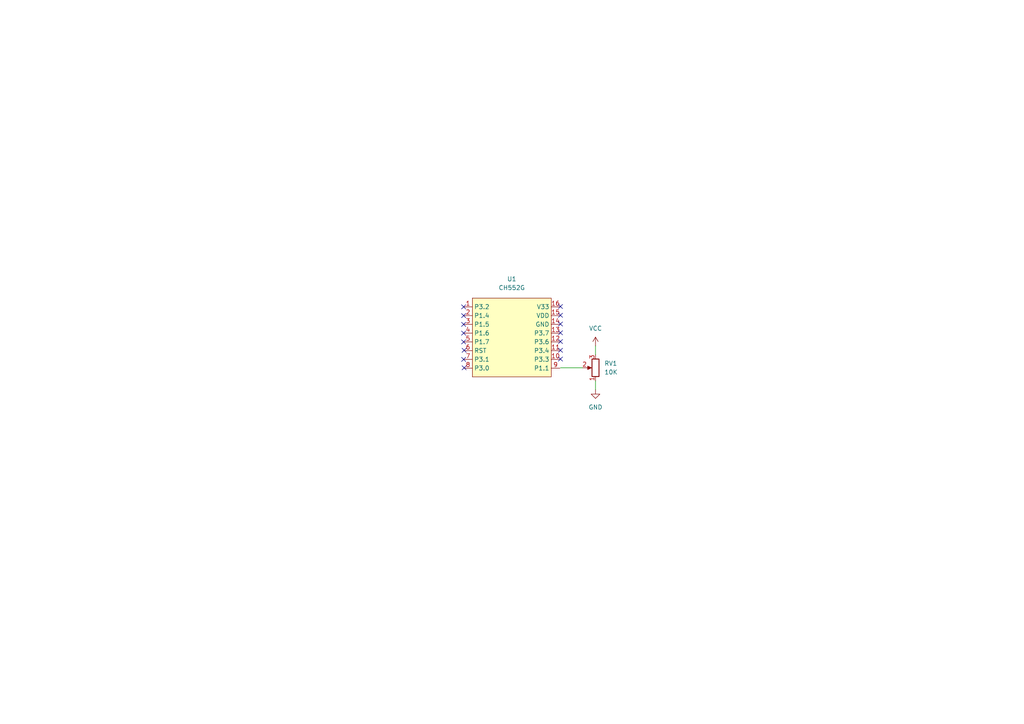
<source format=kicad_sch>
(kicad_sch (version 20230121) (generator eeschema)
  (paper "A4")
  (title_block (title "CH552G Minimal Circuit") (date "2022-10-30") (rev "1.0") (company "Nicola Strappazzon C"))
  (lib_symbols
    (symbol "Device:R_Potentiometer" (pin_names (offset 1.016) hide)
      (property "Reference" "RV" (at -4.445 0 90))
      (property "Value" "R_Potentiometer" (at -2.54 0 90))
      (symbol "R_Potentiometer_0_1"
        (polyline (pts (xy 2.54 0) (xy 1.524 0)))
        (polyline (pts (xy 1.143 0) (xy 2.286 0.508) (xy 2.286 -0.508) (xy 1.143 0)) (fill (type outline)))
        (rectangle (start 1.016 2.54) (end -1.016 -2.54) (stroke (width 0.254)))
      )
      (symbol "R_Potentiometer_1_1"
        (pin passive line (at 0 3.81 270) (length 1.27) (name "1") (number "1"))
        (pin passive line (at 3.81 0 180) (length 1.27) (name "2") (number "2"))
        (pin passive line (at 0 -3.81 90) (length 1.27) (name "3") (number "3"))
      )
    )
    (symbol "library:CH552G"
      (property "Reference" "U" (at 0 16.51 0))
      (property "Value" "CH552G" (at 0 13.97 0))
      (symbol "CH552G_0_1"
        (rectangle (start -11.43 11.43) (end 11.43 -11.43) (fill (type background)))
      )
      (symbol "CH552G_1_1"
        (pin passive line (at -13.97 8.89 0) (length 2.54) (name "P3.2") (number "1"))
        (pin passive line (at 13.97 -6.35 180) (length 2.54) (name "P3.3") (number "10"))
        (pin passive line (at 13.97 -3.81 180) (length 2.54) (name "P3.4") (number "11"))
        (pin passive line (at 13.97 -1.27 180) (length 2.54) (name "P3.6") (number "12"))
        (pin passive line (at 13.97 1.27 180) (length 2.54) (name "P3.7") (number "13"))
        (pin power_in line (at 13.97 3.81 180) (length 2.54) (name "GND") (number "14"))
        (pin power_in line (at 13.97 6.35 180) (length 2.54) (name "VDD") (number "15"))
        (pin power_out line (at 13.97 8.89 180) (length 2.54) (name "V33") (number "16"))
        (pin passive line (at -13.97 6.35 0) (length 2.54) (name "P1.4") (number "2"))
        (pin passive line (at -13.97 3.81 0) (length 2.54) (name "P1.5") (number "3"))
        (pin passive line (at -13.97 1.27 0) (length 2.54) (name "P1.6") (number "4"))
        (pin passive line (at -13.97 -1.27 0) (length 2.54) (name "P1.7") (number "5"))
        (pin passive line (at -13.97 -3.81 0) (length 2.54) (name "RST") (number "6"))
        (pin passive line (at -13.97 -6.35 0) (length 2.54) (name "P3.1") (number "7"))
        (pin passive line (at -13.97 -8.89 0) (length 2.54) (name "P3.0") (number "8"))
        (pin passive line (at 13.97 -8.89 180) (length 2.54) (name "P1.1") (number "9"))
      )
    )
    (symbol "power:GND" (power) (pin_names (offset 0))
      (property "Value" "GND" (at 0 -3.81 0))
      (symbol "GND_0_1"
        (polyline (pts (xy 0 0) (xy 0 -1.27) (xy 1.27 -1.27) (xy 0 -2.54) (xy -1.27 -1.27) (xy 0 -1.27)))
      )
      (symbol "GND_1_1"
        (pin power_in line (at 0 0 270) (length 0) hide (name "GND") (number "1"))
      )
    )
    (symbol "power:VCC" (power) (pin_names (offset 0))
      (property "Value" "VCC" (at 0 3.81 0))
      (symbol "VCC_0_1"
        (polyline (pts (xy -0.762 1.27) (xy 0 2.54)))
        (polyline (pts (xy 0 0) (xy 0 2.54)))
        (polyline (pts (xy 0 2.54) (xy 0.762 1.27)))
      )
      (symbol "VCC_1_1"
        (pin power_in line (at 0 0 90) (length 0) hide (name "VCC") (number "1"))
      )
    )
  )
  (no_connect (at 162.56 93.98))
  (no_connect (at 162.56 104.14))
  (no_connect (at 162.56 99.06))
  (no_connect (at 162.56 101.6))
  (no_connect (at 162.56 88.9))
  (no_connect (at 134.4676 104.2416))
  (no_connect (at 134.4676 94.0816))
  (no_connect (at 134.4676 96.6216))
  (no_connect (at 134.4676 99.1616))
  (no_connect (at 134.4676 91.5416))
  (no_connect (at 134.4676 89.0016))
  (no_connect (at 134.62 101.6))
  (no_connect (at 162.56 91.44))
  (no_connect (at 134.62 106.68))
  (no_connect (at 162.56 96.52))
  (wire (pts (xy 172.72 100.33) (xy 172.72 102.87)))
  (wire (pts (xy 162.56 106.68) (xy 168.91 106.68)))
  (wire (pts (xy 172.72 110.49) (xy 172.72 113.03)))
  (symbol (lib_id "power:GND") (at 172.72 113.03 0) (unit 1)
    (property "Reference" "#PWR02" (effects hide))
    (property "Value" "GND" (at 172.72 118.11 0))
  )
  (symbol (lib_id "Device:R_Potentiometer") (at 172.72 106.68 180) (unit 1)
    (property "Reference" "RV1" (at 175.26 105.41 0) (effects (justify right)))
    (property "Value" "10K" (at 175.26 107.95 0) (effects (justify right)))
  )
  (symbol (lib_id "power:VCC") (at 172.72 100.33 0) (unit 1)
    (property "Reference" "#PWR01" (effects hide))
    (property "Value" "VCC" (at 172.72 95.25 0))
  )
  (symbol (lib_id "library:CH552G") (at 148.4376 97.8916 0) (unit 1)
    (property "Reference" "U1" (at 148.4376 80.9244 0))
    (property "Value" "CH552G" (at 148.4376 83.4644 0))
    (property "Footprint" "Package_SO:SOIC-16W_5.3x10.2mm_P1.27mm" (effects hide))
  )
)
</source>
